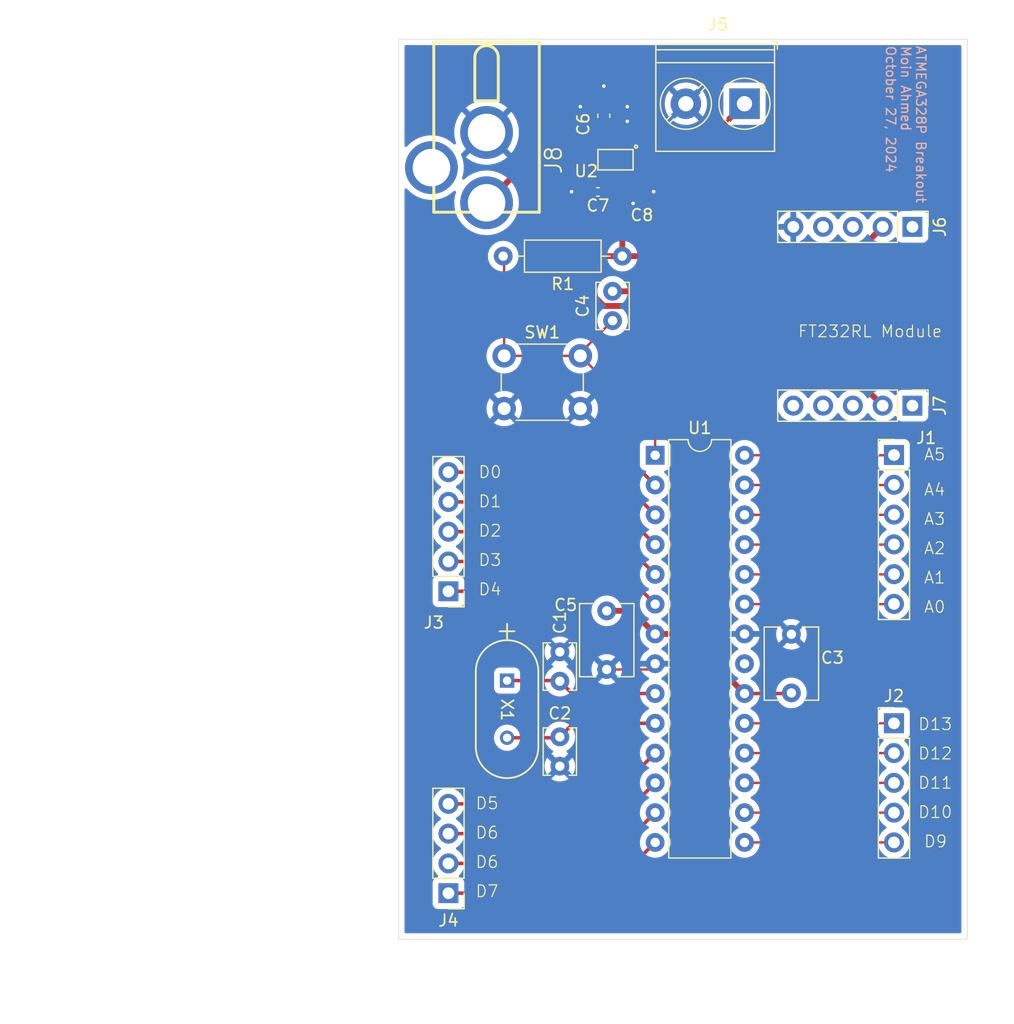
<source format=kicad_pcb>
(kicad_pcb (version 20240108) (generator "pcbnew") (generator_version "8.0")
  (layers (0 "F.Cu" signal) (31 "B.Cu" power) (34 "B.Paste" user) (35 "F.Paste" user) (36 "B.SilkS" user "B.Silkscreen") (37 "F.SilkS" user "F.Silkscreen") (38 "B.Mask" user) (39 "F.Mask" user) (44 "Edge.Cuts" user))
  (net 0 "")
  (net 1 "Net-(U1-XTAL2{slash}PB7)")
  (net 2 "+5V")
  (net 3 "Net-(U1-XTAL1{slash}PB6)")
  (net 4 "GND")
  (net 5 "A2")
  (net 6 "A0")
  (net 7 "A1")
  (net 8 "Net-(U1-~{RESET}{slash}PC6)")
  (net 9 "A3")
  (net 10 "A5")
  (net 12 "A4")
  (net 13 "D9")
  (net 14 "D12")
  (net 15 "D13")
  (net 16 "D10")
  (net 17 "D11")
  (net 18 "D4")
  (net 19 "D3")
  (net 20 "D2")
  (net 21 "D0")
  (net 22 "D1")
  (net 23 "D8")
  (net 24 "D7")
  (net 25 "D5")
  (net 26 "D6")
  (net 27 "DTR")
  (net 35 "Net-(U2-BYP)")
  (net 36 "Net-(J5-Pin_1)")
  (footprint "Capacitor_SMD:C_0201_0603Metric" (layer "F.Cu") (at 96.75 50.025)
    (property "Reference" "C8" (at 1 1.975 0) (layer "F.SilkS"))
    (property "Value" "2.2u")
    (pad "1" smd roundrect (at -0.32 0) (size 0.46 0.4) (layers "F.Cu" "F.Mask") (net 2 "+5V"))
    (pad "2" smd roundrect (at 0.32 0) (size 0.46 0.4) (layers "F.Cu" "F.Mask") (net 4 "GND"))
  )
  (footprint "Connector_PinHeader_2.54mm:PinHeader_1x05_P2.54mm_Vertical" (layer "F.Cu") (at 120.825 53 -90)
    (property "Reference" "J6" (at 0 -2.33 90) (layer "F.SilkS"))
    (property "Value" "Conn_01x05")
    (fp_line (start -1.33 11.49) (end 1.33 11.49) (stroke (width 0.12)) (layer "F.SilkS"))
    (fp_line (start -1.33 1.27) (end -1.33 11.49) (stroke (width 0.12)) (layer "F.SilkS"))
    (fp_line (start -1.33 1.27) (end 1.33 1.27) (stroke (width 0.12)) (layer "F.SilkS"))
    (fp_line (start 1.33 1.27) (end 1.33 11.49) (stroke (width 0.12)) (layer "F.SilkS"))
    (fp_line (start -1.33 0) (end -1.33 -1.33) (stroke (width 0.12)) (layer "F.SilkS"))
    (fp_line (start -1.33 -1.33) (end 0 -1.33) (stroke (width 0.12)) (layer "F.SilkS"))
    (pad "1" thru_hole rect (at 0 0 270) (size 1.7 1.7) (drill 1) (layers "*.Cu" "*.Mask"))
    (pad "2" thru_hole oval (at 0 2.54 270) (size 1.7 1.7) (drill 1) (layers "*.Cu" "*.Mask") (net 2 "+5V"))
    (pad "3" thru_hole oval (at 0 5.08 270) (size 1.7 1.7) (drill 1) (layers "*.Cu" "*.Mask"))
    (pad "4" thru_hole oval (at 0 7.62 270) (size 1.7 1.7) (drill 1) (layers "*.Cu" "*.Mask"))
    (pad "5" thru_hole oval (at 0 10.16 270) (size 1.7 1.7) (drill 1) (layers "*.Cu" "*.Mask") (net 4 "GND"))
  )
  (footprint "PRT-00119:PRT-00119" (layer "F.Cu") (at 84.5 37.25 90)
    (property "Reference" "J8" (at -10.055 5.711 90) (layer "F.SilkS") (effects (font (size 1.4 1.4))))
    (property "Value" "PRT-00119")
    (fp_line (start 0 -4.5) (end -14.5 -4.5) (stroke (width 0.254)) (layer "F.SilkS"))
    (fp_line (start -14.5 -4.5) (end -14.5 4.5) (stroke (width 0.254)) (layer "F.SilkS"))
    (fp_line (start -5 -1) (end -1.3 -1) (stroke (width 0.254)) (layer "F.SilkS"))
    (fp_line (start -5 -1) (end -5 1) (stroke (width 0.254)) (layer "F.SilkS"))
    (fp_line (start -5 1) (end -1.3 1) (stroke (width 0.254)) (layer "F.SilkS"))
    (fp_line (start 0 4.5) (end 0 -4.5) (stroke (width 0.254)) (layer "F.SilkS"))
    (fp_line (start -14.5 4.5) (end 0 4.5) (stroke (width 0.254)) (layer "F.SilkS"))
    (fp_arc (start -1.3 -1) (mid -0.3 0) (end -1.3 1) (stroke (width 0.254)) (layer "F.SilkS"))
    (pad "1" thru_hole circle (at -13.7 0 90) (size 4.5 4.5) (drill 3.2) (layers "*.Cu" "*.Mask") (net 36 "Net-(J5-Pin_1)"))
    (pad "2" thru_hole circle (at -7.7 0 90) (size 4.5 4.5) (drill 3.2) (layers "*.Cu" "*.Mask") (net 4 "GND"))
    (pad "3" thru_hole circle (at -10.7 -4.7 90) (size 4.5 4.5) (drill 3.2) (layers "*.Cu" "*.Mask"))
  )
  (footprint "Connector_PinHeader_2.54mm:PinHeader_1x05_P2.54mm_Vertical" (layer "F.Cu") (at 120.825 68.25 -90)
    (property "Reference" "J7" (at 0 -2.33 90) (layer "F.SilkS"))
    (property "Value" "Conn_01x05")
    (fp_line (start -1.33 11.49) (end 1.33 11.49) (stroke (width 0.12)) (layer "F.SilkS"))
    (fp_line (start -1.33 1.27) (end -1.33 11.49) (stroke (width 0.12)) (layer "F.SilkS"))
    (fp_line (start -1.33 1.27) (end 1.33 1.27) (stroke (width 0.12)) (layer "F.SilkS"))
    (fp_line (start 1.33 1.27) (end 1.33 11.49) (stroke (width 0.12)) (layer "F.SilkS"))
    (fp_line (start -1.33 0) (end -1.33 -1.33) (stroke (width 0.12)) (layer "F.SilkS"))
    (fp_line (start -1.33 -1.33) (end 0 -1.33) (stroke (width 0.12)) (layer "F.SilkS"))
    (pad "1" thru_hole rect (at 0 0 270) (size 1.7 1.7) (drill 1) (layers "*.Cu" "*.Mask"))
    (pad "2" thru_hole oval (at 0 2.54 270) (size 1.7 1.7) (drill 1) (layers "*.Cu" "*.Mask") (net 27 "DTR"))
    (pad "3" thru_hole oval (at 0 5.08 270) (size 1.7 1.7) (drill 1) (layers "*.Cu" "*.Mask"))
    (pad "4" thru_hole oval (at 0 7.62 270) (size 1.7 1.7) (drill 1) (layers "*.Cu" "*.Mask"))
    (pad "5" thru_hole oval (at 0 10.16 270) (size 1.7 1.7) (drill 1) (layers "*.Cu" "*.Mask"))
  )
  (footprint "Capacitor_THT:C_Disc_D3.8mm_W2.6mm_P2.50mm" (layer "F.Cu") (at 90.75 96.5 -90)
    (property "Reference" "C2" (at -2 0 180) (layer "F.SilkS"))
    (property "Value" "22p")
    (fp_line (start -0.77 1.42) (end 3.27 1.42) (stroke (width 0.12)) (layer "F.SilkS"))
    (fp_line (start -0.77 0.795) (end -0.77 1.42) (stroke (width 0.12)) (layer "F.SilkS"))
    (fp_line (start 3.27 0.795) (end 3.27 1.42) (stroke (width 0.12)) (layer "F.SilkS"))
    (fp_line (start -0.77 -1.42) (end -0.77 -0.795) (stroke (width 0.12)) (layer "F.SilkS"))
    (fp_line (start -0.77 -1.42) (end 3.27 -1.42) (stroke (width 0.12)) (layer "F.SilkS"))
    (fp_line (start 3.27 -1.42) (end 3.27 -0.795) (stroke (width 0.12)) (layer "F.SilkS"))
    (pad "1" thru_hole circle (at 0 0 270) (size 1.6 1.6) (drill 0.8) (layers "*.Cu" "*.Mask") (net 1 "Net-(U1-XTAL2{slash}PB7)"))
    (pad "2" thru_hole circle (at 2.5 0 270) (size 1.6 1.6) (drill 0.8) (layers "*.Cu" "*.Mask") (net 4 "GND"))
  )
  (footprint "Connector_PinHeader_2.54mm:PinHeader_1x06_P2.54mm_Vertical" (layer "F.Cu") (at 119.25 72.46)
    (property "Reference" "J1" (at 2.75 -1.46 0) (layer "F.SilkS"))
    (property "Value" "Conn_01x06")
    (fp_line (start -1.33 -1.33) (end 0 -1.33) (stroke (width 0.12)) (layer "F.SilkS"))
    (fp_line (start -1.33 0) (end -1.33 -1.33) (stroke (width 0.12)) (layer "F.SilkS"))
    (fp_line (start -1.33 1.27) (end -1.33 14.03) (stroke (width 0.12)) (layer "F.SilkS"))
    (fp_line (start -1.33 1.27) (end 1.33 1.27) (stroke (width 0.12)) (layer "F.SilkS"))
    (fp_line (start -1.33 14.03) (end 1.33 14.03) (stroke (width 0.12)) (layer "F.SilkS"))
    (fp_line (start 1.33 1.27) (end 1.33 14.03) (stroke (width 0.12)) (layer "F.SilkS"))
    (pad "1" thru_hole rect (at 0 0) (size 1.7 1.7) (drill 1) (layers "*.Cu" "*.Mask") (net 10 "A5"))
    (pad "2" thru_hole oval (at 0 2.54) (size 1.7 1.7) (drill 1) (layers "*.Cu" "*.Mask") (net 12 "A4"))
    (pad "3" thru_hole oval (at 0 5.08) (size 1.7 1.7) (drill 1) (layers "*.Cu" "*.Mask") (net 9 "A3"))
    (pad "4" thru_hole oval (at 0 7.62) (size 1.7 1.7) (drill 1) (layers "*.Cu" "*.Mask") (net 5 "A2"))
    (pad "5" thru_hole oval (at 0 10.16) (size 1.7 1.7) (drill 1) (layers "*.Cu" "*.Mask") (net 7 "A1"))
    (pad "6" thru_hole oval (at 0 12.7) (size 1.7 1.7) (drill 1) (layers "*.Cu" "*.Mask") (net 6 "A0"))
  )
  (footprint "TerminalBlock_Phoenix:TerminalBlock_Phoenix_PT-1,5-2-5.0-H_1x02_P5.00mm_Horizontal" (layer "F.Cu") (at 106.5 42.5 180)
    (property "Reference" "J5" (at 2.25 6.75 0) (layer "F.SilkS"))
    (property "Value" "Conn_01x02")
    (fp_line (start 7.56 -4.06) (end 7.56 5.06) (stroke (width 0.12)) (layer "F.SilkS"))
    (fp_line (start 6.654 -1.388) (end 6.259 -0.992) (stroke (width 0.12)) (layer "F.SilkS"))
    (fp_line (start 6.388 -1.654) (end 6.008 -1.274) (stroke (width 0.12)) (layer "F.SilkS"))
    (fp_line (start 3.993 1.274) (end 3.613 1.654) (stroke (width 0.12)) (layer "F.SilkS"))
    (fp_line (start 3.742 0.992) (end 3.347 1.388) (stroke (width 0.12)) (layer "F.SilkS"))
    (fp_line (start 1.654 -1.388) (end 1.547 -1.281) (stroke (width 0.12)) (layer "F.SilkS"))
    (fp_line (start 1.388 -1.654) (end 1.281 -1.547) (stroke (width 0.12)) (layer "F.SilkS"))
    (fp_line (start -1.282 1.547) (end -1.388 1.654) (stroke (width 0.12)) (layer "F.SilkS"))
    (fp_line (start -1.548 1.281) (end -1.654 1.388) (stroke (width 0.12)) (layer "F.SilkS"))
    (fp_line (start -2.56 5.06) (end 7.56 5.06) (stroke (width 0.12)) (layer "F.SilkS"))
    (fp_line (start -2.56 4.6) (end 7.56 4.6) (stroke (width 0.12)) (layer "F.SilkS"))
    (fp_line (start -2.56 3.5) (end 7.56 3.5) (stroke (width 0.12)) (layer "F.SilkS"))
    (fp_line (start -2.56 -4.06) (end 7.56 -4.06) (stroke (width 0.12)) (layer "F.SilkS"))
    (fp_line (start -2.56 -4.06) (end -2.56 5.06) (stroke (width 0.12)) (layer "F.SilkS"))
    (fp_line (start -2.8 5.3) (end -2.4 5.3) (stroke (width 0.12)) (layer "F.SilkS"))
    (fp_line (start -2.8 4.66) (end -2.8 5.3) (stroke (width 0.12)) (layer "F.SilkS"))
    (fp_circle (center 5 0) (end 7.18 0) (stroke (width 0.12)) (fill none) (layer "F.SilkS"))
    (fp_circle (center 0 0) (end 2.18 0) (stroke (width 0.12)) (fill none) (layer "F.SilkS"))
    (pad "1" thru_hole rect (at 0 0 180) (size 2.6 2.6) (drill 1.3) (layers "*.Cu" "*.Mask") (net 36 "Net-(J5-Pin_1)"))
    (pad "2" thru_hole circle (at 5 0 180) (size 2.6 2.6) (drill 1.3) (layers "*.Cu" "*.Mask") (net 4 "GND"))
  )
  (footprint "Package_DIP:DIP-28_W7.62mm" (layer "F.Cu") (at 98.88 72.48)
    (property "Reference" "U1" (at 3.81 -2.33 0) (layer "F.SilkS"))
    (property "Value" "ATmega328P-P")
    (fp_line (start 1.16 -1.33) (end 1.16 34.35) (stroke (width 0.12)) (layer "F.SilkS"))
    (fp_line (start 1.16 34.35) (end 6.46 34.35) (stroke (width 0.12)) (layer "F.SilkS"))
    (fp_line (start 2.81 -1.33) (end 1.16 -1.33) (stroke (width 0.12)) (layer "F.SilkS"))
    (fp_line (start 6.46 -1.33) (end 4.81 -1.33) (stroke (width 0.12)) (layer "F.SilkS"))
    (fp_line (start 6.46 34.35) (end 6.46 -1.33) (stroke (width 0.12)) (layer "F.SilkS"))
    (fp_arc (start 4.81 -1.33) (mid 3.81 -0.33) (end 2.81 -1.33) (stroke (width 0.12)) (layer "F.SilkS"))
    (pad "1" thru_hole rect (at 0 0) (size 1.6 1.6) (drill 0.8) (layers "*.Cu" "*.Mask") (net 8 "Net-(U1-~{RESET}{slash}PC6)"))
    (pad "2" thru_hole oval (at 0 2.54) (size 1.6 1.6) (drill 0.8) (layers "*.Cu" "*.Mask") (net 21 "D0"))
    (pad "3" thru_hole oval (at 0 5.08) (size 1.6 1.6) (drill 0.8) (layers "*.Cu" "*.Mask") (net 22 "D1"))
    (pad "4" thru_hole oval (at 0 7.62) (size 1.6 1.6) (drill 0.8) (layers "*.Cu" "*.Mask") (net 20 "D2"))
    (pad "5" thru_hole oval (at 0 10.16) (size 1.6 1.6) (drill 0.8) (layers "*.Cu" "*.Mask") (net 19 "D3"))
    (pad "6" thru_hole oval (at 0 12.7) (size 1.6 1.6) (drill 0.8) (layers "*.Cu" "*.Mask") (net 18 "D4"))
    (pad "7" thru_hole oval (at 0 15.24) (size 1.6 1.6) (drill 0.8) (layers "*.Cu" "*.Mask") (net 2 "+5V"))
    (pad "8" thru_hole oval (at 0 17.78) (size 1.6 1.6) (drill 0.8) (layers "*.Cu" "*.Mask") (net 4 "GND"))
    (pad "9" thru_hole oval (at 0 20.32) (size 1.6 1.6) (drill 0.8) (layers "*.Cu" "*.Mask") (net 3 "Net-(U1-XTAL1{slash}PB6)"))
    (pad "10" thru_hole oval (at 0 22.86) (size 1.6 1.6) (drill 0.8) (layers "*.Cu" "*.Mask") (net 1 "Net-(U1-XTAL2{slash}PB7)"))
    (pad "11" thru_hole oval (at 0 25.4) (size 1.6 1.6) (drill 0.8) (layers "*.Cu" "*.Mask") (net 25 "D5"))
    (pad "12" thru_hole oval (at 0 27.94) (size 1.6 1.6) (drill 0.8) (layers "*.Cu" "*.Mask") (net 26 "D6"))
    (pad "13" thru_hole oval (at 0 30.48) (size 1.6 1.6) (drill 0.8) (layers "*.Cu" "*.Mask") (net 24 "D7"))
    (pad "14" thru_hole oval (at 0 33.02) (size 1.6 1.6) (drill 0.8) (layers "*.Cu" "*.Mask") (net 23 "D8"))
    (pad "15" thru_hole oval (at 7.62 33.02) (size 1.6 1.6) (drill 0.8) (layers "*.Cu" "*.Mask") (net 13 "D9"))
    (pad "16" thru_hole oval (at 7.62 30.48) (size 1.6 1.6) (drill 0.8) (layers "*.Cu" "*.Mask") (net 16 "D10"))
    (pad "17" thru_hole oval (at 7.62 27.94) (size 1.6 1.6) (drill 0.8) (layers "*.Cu" "*.Mask") (net 17 "D11"))
    (pad "18" thru_hole oval (at 7.62 25.4) (size 1.6 1.6) (drill 0.8) (layers "*.Cu" "*.Mask") (net 14 "D12"))
    (pad "19" thru_hole oval (at 7.62 22.86) (size 1.6 1.6) (drill 0.8) (layers "*.Cu" "*.Mask") (net 15 "D13"))
    (pad "20" thru_hole oval (at 7.62 20.32) (size 1.6 1.6) (drill 0.8) (layers "*.Cu" "*.Mask") (net 2 "+5V"))
    (pad "21" thru_hole oval (at 7.62 17.78) (size 1.6 1.6) (drill 0.8) (layers "*.Cu" "*.Mask"))
    (pad "22" thru_hole oval (at 7.62 15.24) (size 1.6 1.6) (drill 0.8) (layers "*.Cu" "*.Mask") (net 4 "GND"))
    (pad "23" thru_hole oval (at 7.62 12.7) (size 1.6 1.6) (drill 0.8) (layers "*.Cu" "*.Mask") (net 6 "A0"))
    (pad "24" thru_hole oval (at 7.62 10.16) (size 1.6 1.6) (drill 0.8) (layers "*.Cu" "*.Mask") (net 7 "A1"))
    (pad "25" thru_hole oval (at 7.62 7.62) (size 1.6 1.6) (drill 0.8) (layers "*.Cu" "*.Mask") (net 5 "A2"))
    (pad "26" thru_hole oval (at 7.62 5.08) (size 1.6 1.6) (drill 0.8) (layers "*.Cu" "*.Mask") (net 9 "A3"))
    (pad "27" thru_hole oval (at 7.62 2.54) (size 1.6 1.6) (drill 0.8) (layers "*.Cu" "*.Mask") (net 12 "A4"))
    (pad "28" thru_hole oval (at 7.62 0) (size 1.6 1.6) (drill 0.8) (layers "*.Cu" "*.Mask") (net 10 "A5"))
  )
  (footprint "Capacitor_SMD:C_0603_1608Metric" (layer "F.Cu") (at 94.5 43.525 90)
    (property "Reference" "C6" (at -0.725 -1.75 90) (layer "F.SilkS"))
    (property "Value" "10u")
    (fp_line (start -0.14058 -0.51) (end 0.14058 -0.51) (stroke (width 0.12)) (layer "F.SilkS"))
    (fp_line (start -0.14058 0.51) (end 0.14058 0.51) (stroke (width 0.12)) (layer "F.SilkS"))
    (pad "1" smd roundrect (at -0.775 0 90) (size 0.9 0.95) (layers "F.Cu" "F.Paste" "F.Mask") (net 36 "Net-(J5-Pin_1)"))
    (pad "2" smd roundrect (at 0.775 0 90) (size 0.9 0.95) (layers "F.Cu" "F.Paste" "F.Mask") (net 4 "GND"))
  )
  (footprint "AP2210K-5.0TRG1:SOT-23-5_RAW" (layer "F.Cu") (at 95.5 47.275 180)
    (property "Reference" "U2" (at 2.5 -0.975 0) (layer "F.SilkS"))
    (property "Value" "AP2210K-5.0TRG1")
    (fp_line (start 1.5 0.87) (end 1.5 -0.87) (stroke (width 0.127)) (layer "F.SilkS"))
    (fp_line (start 1.5 -0.87) (end -1.5 -0.87) (stroke (width 0.127)) (layer "F.SilkS"))
    (fp_line (start -1.5 0.87) (end 1.5 0.87) (stroke (width 0.127)) (layer "F.SilkS"))
    (fp_line (start -1.5 -0.87) (end -1.5 0.87) (stroke (width 0.127)) (layer "F.SilkS"))
    (fp_circle (center -1.745 1.115) (end -1.618 1.115) (stroke (width 0.127)) (fill none) (layer "F.SilkS"))
    (pad "1" smd rect (at -0.95 1.25 180) (size 0.55 1.3) (layers "F.Cu" "F.Paste" "F.Mask") (net 36 "Net-(J5-Pin_1)"))
    (pad "2" smd rect (at 0 1.25 180) (size 0.55 1.3) (layers "F.Cu" "F.Paste" "F.Mask") (net 4 "GND"))
    (pad "3" smd rect (at 0.95 1.25 180) (size 0.55 1.3) (layers "F.Cu" "F.Paste" "F.Mask") (net 36 "Net-(J5-Pin_1)"))
    (pad "4" smd rect (at 0.95 -1.25 180) (size 0.55 1.3) (layers "F.Cu" "F.Paste" "F.Mask") (net 35 "Net-(U2-BYP)"))
    (pad "5" smd rect (at -0.95 -1.25 180) (size 0.55 1.3) (layers "F.Cu" "F.Paste" "F.Mask") (net 2 "+5V"))
  )
  (footprint "Connector_PinHeader_2.54mm:PinHeader_1x04_P2.54mm_Vertical" (layer "F.Cu") (at 81.25 109.83 180)
    (property "Reference" "J4" (at 0 -2.33 0) (layer "F.SilkS"))
    (property "Value" "Conn_01x04")
    (fp_line (start 1.33 1.27) (end 1.33 8.95) (stroke (width 0.12)) (layer "F.SilkS"))
    (fp_line (start -1.33 8.95) (end 1.33 8.95) (stroke (width 0.12)) (layer "F.SilkS"))
    (fp_line (start -1.33 1.27) (end 1.33 1.27) (stroke (width 0.12)) (layer "F.SilkS"))
    (fp_line (start -1.33 1.27) (end -1.33 8.95) (stroke (width 0.12)) (layer "F.SilkS"))
    (fp_line (start -1.33 0) (end -1.33 -1.33) (stroke (width 0.12)) (layer "F.SilkS"))
    (fp_line (start -1.33 -1.33) (end 0 -1.33) (stroke (width 0.12)) (layer "F.SilkS"))
    (pad "1" thru_hole rect (at 0 0 180) (size 1.7 1.7) (drill 1) (layers "*.Cu" "*.Mask") (net 23 "D8"))
    (pad "2" thru_hole oval (at 0 2.54 180) (size 1.7 1.7) (drill 1) (layers "*.Cu" "*.Mask") (net 24 "D7"))
    (pad "3" thru_hole oval (at 0 5.08 180) (size 1.7 1.7) (drill 1) (layers "*.Cu" "*.Mask") (net 26 "D6"))
    (pad "4" thru_hole oval (at 0 7.62 180) (size 1.7 1.7) (drill 1) (layers "*.Cu" "*.Mask") (net 25 "D5"))
  )
  (footprint "Capacitor_THT:C_Disc_D6.0mm_W4.4mm_P5.00mm" (layer "F.Cu") (at 94.75 85.75 -90)
    (property "Reference" "C5" (at -0.5 3.5 180) (layer "F.SilkS"))
    (property "Value" "0.1u")
    (fp_line (start -0.62 2.321) (end 5.62 2.321) (stroke (width 0.12)) (layer "F.SilkS"))
    (fp_line (start -0.62 0.925) (end -0.62 2.321) (stroke (width 0.12)) (layer "F.SilkS"))
    (fp_line (start 5.62 0.925) (end 5.62 2.321) (stroke (width 0.12)) (layer "F.SilkS"))
    (fp_line (start -0.62 -2.321) (end -0.62 -0.925) (stroke (width 0.12)) (layer "F.SilkS"))
    (fp_line (start -0.62 -2.321) (end 5.62 -2.321) (stroke (width 0.12)) (layer "F.SilkS"))
    (fp_line (start 5.62 -2.321) (end 5.62 -0.925) (stroke (width 0.12)) (layer "F.SilkS"))
    (pad "1" thru_hole circle (at 0 0 270) (size 1.6 1.6) (drill 0.8) (layers "*.Cu" "*.Mask") (net 2 "+5V"))
    (pad "2" thru_hole circle (at 5 0 270) (size 1.6 1.6) (drill 0.8) (layers "*.Cu" "*.Mask") (net 4 "GND"))
  )
  (footprint "Capacitor_THT:C_Disc_D3.8mm_W2.6mm_P2.50mm" (layer "F.Cu") (at 90.75 91.75 90)
    (property "Reference" "C1" (at 5 0 90) (layer "F.SilkS"))
    (property "Value" "22p")
    (fp_line (start 3.27 -1.42) (end 3.27 -0.795) (stroke (width 0.12)) (layer "F.SilkS"))
    (fp_line (start -0.77 -1.42) (end 3.27 -1.42) (stroke (width 0.12)) (layer "F.SilkS"))
    (fp_line (start -0.77 -1.42) (end -0.77 -0.795) (stroke (width 0.12)) (layer "F.SilkS"))
    (fp_line (start 3.27 0.795) (end 3.27 1.42) (stroke (width 0.12)) (layer "F.SilkS"))
    (fp_line (start -0.77 0.795) (end -0.77 1.42) (stroke (width 0.12)) (layer "F.SilkS"))
    (fp_line (start -0.77 1.42) (end 3.27 1.42) (stroke (width 0.12)) (layer "F.SilkS"))
    (pad "1" thru_hole circle (at 0 0 90) (size 1.6 1.6) (drill 0.8) (layers "*.Cu" "*.Mask") (net 3 "Net-(U1-XTAL1{slash}PB6)"))
    (pad "2" thru_hole circle (at 2.5 0 90) (size 1.6 1.6) (drill 0.8) (layers "*.Cu" "*.Mask") (net 4 "GND"))
  )
  (footprint "Button_Switch_THT:SW_PUSH_6mm_H5mm" (layer "F.Cu") (at 86 64)
    (property "Reference" "SW1" (at 3.25 -2 0) (layer "F.SilkS"))
    (property "Value" "SW_Push")
    (fp_line (start -0.25 1.5) (end -0.25 3) (stroke (width 0.12)) (layer "F.SilkS"))
    (fp_line (start 1 5.5) (end 5.5 5.5) (stroke (width 0.12)) (layer "F.SilkS"))
    (fp_line (start 5.5 -1) (end 1 -1) (stroke (width 0.12)) (layer "F.SilkS"))
    (fp_line (start 6.75 3) (end 6.75 1.5) (stroke (width 0.12)) (layer "F.SilkS"))
    (pad "1" thru_hole circle (at 0 0 90) (size 2 2) (drill 1.1) (layers "*.Cu" "*.Mask") (net 8 "Net-(U1-~{RESET}{slash}PC6)"))
    (pad "1" thru_hole circle (at 6.5 0 90) (size 2 2) (drill 1.1) (layers "*.Cu" "*.Mask") (net 8 "Net-(U1-~{RESET}{slash}PC6)"))
    (pad "2" thru_hole circle (at 0 4.5 90) (size 2 2) (drill 1.1) (layers "*.Cu" "*.Mask") (net 4 "GND"))
    (pad "2" thru_hole circle (at 6.5 4.5 90) (size 2 2) (drill 1.1) (layers "*.Cu" "*.Mask") (net 4 "GND"))
  )
  (footprint "Capacitor_SMD:C_0402_1005Metric" (layer "F.Cu") (at 94 50.025 180)
    (property "Reference" "C7" (at 0 -1.16 0) (layer "F.SilkS"))
    (property "Value" "100p")
    (fp_line (start -0.107836 0.36) (end 0.107836 0.36) (stroke (width 0.12)) (layer "F.SilkS"))
    (fp_line (start -0.107836 -0.36) (end 0.107836 -0.36) (stroke (width 0.12)) (layer "F.SilkS"))
    (pad "1" smd roundrect (at -0.48 0 180) (size 0.56 0.62) (layers "F.Cu" "F.Paste" "F.Mask") (net 35 "Net-(U2-BYP)"))
    (pad "2" smd roundrect (at 0.48 0 180) (size 0.56 0.62) (layers "F.Cu" "F.Paste" "F.Mask") (net 4 "GND"))
  )
  (footprint "Capacitor_THT:C_Disc_D6.0mm_W4.4mm_P5.00mm" (layer "F.Cu") (at 110.5 92.75 90)
    (property "Reference" "C3" (at 3 3.5 180) (layer "F.SilkS"))
    (property "Value" "0.1u")
    (fp_line (start 5.62 -2.321) (end 5.62 -0.925) (stroke (width 0.12)) (layer "F.SilkS"))
    (fp_line (start -0.62 -2.321) (end 5.62 -2.321) (stroke (width 0.12)) (layer "F.SilkS"))
    (fp_line (start -0.62 -2.321) (end -0.62 -0.925) (stroke (width 0.12)) (layer "F.SilkS"))
    (fp_line (start 5.62 0.925) (end 5.62 2.321) (stroke (width 0.12)) (layer "F.SilkS"))
    (fp_line (start -0.62 0.925) (end -0.62 2.321) (stroke (width 0.12)) (layer "F.SilkS"))
    (fp_line (start -0.62 2.321) (end 5.62 2.321) (stroke (width 0.12)) (layer "F.SilkS"))
    (pad "1" thru_hole circle (at 0 0 90) (size 1.6 1.6) (drill 0.8) (layers "*.Cu" "*.Mask") (net 2 "+5V"))
    (pad "2" thru_hole circle (at 5 0 90) (size 1.6 1.6) (drill 0.8) (layers "*.Cu" "*.Mask") (net 4 "GND"))
  )
  (footprint "Resistor_THT:R_Axial_DIN0207_L6.3mm_D2.5mm_P10.16mm_Horizontal" (layer "F.Cu") (at 96.08 55.5 180)
    (property "Reference" "R1" (at 5.08 -2.37 0) (layer "F.SilkS"))
    (property "Value" "10k")
    (fp_line (start 9.12 0) (end 8.35 0) (stroke (width 0.12)) (layer "F.SilkS"))
    (fp_line (start 8.35 1.37) (end 8.35 -1.37) (stroke (width 0.12)) (layer "F.SilkS"))
    (fp_line (start 8.35 -1.37) (end 1.81 -1.37) (stroke (width 0.12)) (layer "F.SilkS"))
    (fp_line (start 1.81 1.37) (end 8.35 1.37) (stroke (width 0.12)) (layer "F.SilkS"))
    (fp_line (start 1.81 -1.37) (end 1.81 1.37) (stroke (width 0.12)) (layer "F.SilkS"))
    (fp_line (start 1.04 0) (end 1.81 0) (stroke (width 0.12)) (layer "F.SilkS"))
    (pad "1" thru_hole circle (at 0 0 180) (size 1.6 1.6) (drill 0.8) (layers "*.Cu" "*.Mask") (net 2 "+5V"))
    (pad "2" thru_hole oval (at 10.16 0 180) (size 1.6 1.6) (drill 0.8) (layers "*.Cu" "*.Mask") (net 8 "Net-(U1-~{RESET}{slash}PC6)"))
  )
  (footprint "Connector_PinHeader_2.54mm:PinHeader_1x05_P2.54mm_Vertical" (layer "F.Cu") (at 119.25 95.34)
    (property "Reference" "J2" (at 0 -2.33 0) (layer "F.SilkS"))
    (property "Value" "Conn_01x05")
    (fp_line (start -1.33 -1.33) (end 0 -1.33) (stroke (width 0.12)) (layer "F.SilkS"))
    (fp_line (start -1.33 0) (end -1.33 -1.33) (stroke (width 0.12)) (layer "F.SilkS"))
    (fp_line (start -1.33 1.27) (end -1.33 11.49) (stroke (width 0.12)) (layer "F.SilkS"))
    (fp_line (start -1.33 1.27) (end 1.33 1.27) (stroke (width 0.12)) (layer "F.SilkS"))
    (fp_line (start -1.33 11.49) (end 1.33 11.49) (stroke (width 0.12)) (layer "F.SilkS"))
    (fp_line (start 1.33 1.27) (end 1.33 11.49) (stroke (width 0.12)) (layer "F.SilkS"))
    (pad "1" thru_hole rect (at 0 0) (size 1.7 1.7) (drill 1) (layers "*.Cu" "*.Mask") (net 15 "D13"))
    (pad "2" thru_hole oval (at 0 2.54) (size 1.7 1.7) (drill 1) (layers "*.Cu" "*.Mask") (net 14 "D12"))
    (pad "3" thru_hole oval (at 0 5.08) (size 1.7 1.7) (drill 1) (layers "*.Cu" "*.Mask") (net 17 "D11"))
    (pad "4" thru_hole oval (at 0 7.62) (size 1.7 1.7) (drill 1) (layers "*.Cu" "*.Mask") (net 16 "D10"))
    (pad "5" thru_hole oval (at 0 10.16) (size 1.7 1.7) (drill 1) (layers "*.Cu" "*.Mask") (net 13 "D9"))
  )
  (footprint "crystal_oscillator:XTAL_ABL_ABR" (layer "F.Cu") (at 86.25 91.6966 -90)
    (property "Reference" "X1" (at 2.5 0 -90) (layer "F.SilkS"))
    (property "Value" "ABL-16.000MHZ-B1U-T")
    (fp_line (start -0.7747 2.667) (end 5.6515 2.667) (stroke (width 0.1524)) (layer "F.SilkS"))
    (fp_line (start -4.8387 0) (end -3.5687 0) (stroke (width 0.1524)) (layer "F.SilkS"))
    (fp_line (start -4.2037 -0.635) (end -4.2037 0.635) (stroke (width 0.1524)) (layer "F.SilkS"))
    (fp_line (start -0.7747 -2.667) (end 5.6515 -2.667) (stroke (width 0.1524)) (layer "F.SilkS"))
    (fp_arc (start -0.7747 2.667) (mid -3.4417 0) (end -0.7747 -2.667) (stroke (width 0.1524)) (layer "F.SilkS"))
    (fp_arc (start 8.3185 0) (mid 7.537354 1.885854) (end 5.6515 2.667) (stroke (width 0.1524)) (layer "F.SilkS"))
    (fp_arc (start 5.6515 -2.667) (mid 7.537354 -1.885854) (end 8.3185 0) (stroke (width 0.1524)) (layer "F.SilkS"))
    (pad "1" thru_hole rect (at 0 0 270) (size 1.2192 1.2192) (drill 0.7112) (layers "*.Cu" "*.Mask") (net 3 "Net-(U1-XTAL1{slash}PB6)"))
    (pad "2" thru_hole circle (at 4.8768 0 270) (size 1.2192 1.2192) (drill 0.7112) (layers "*.Cu" "*.Mask") (net 1 "Net-(U1-XTAL2{slash}PB7)"))
  )
  (footprint "Connector_PinHeader_2.54mm:PinHeader_1x05_P2.54mm_Vertical" (layer "F.Cu") (at 81.25 84.08 180)
    (property "Reference" "J3" (at 1.25 -2.67 0) (layer "F.SilkS"))
    (property "Value" "Conn_01x05")
    (fp_line (start 1.33 1.27) (end 1.33 11.49) (stroke (width 0.12)) (layer "F.SilkS"))
    (fp_line (start -1.33 11.49) (end 1.33 11.49) (stroke (width 0.12)) (layer "F.SilkS"))
    (fp_line (start -1.33 1.27) (end 1.33 1.27) (stroke (width 0.12)) (layer "F.SilkS"))
    (fp_line (start -1.33 1.27) (end -1.33 11.49) (stroke (width 0.12)) (layer "F.SilkS"))
    (fp_line (start -1.33 0) (end -1.33 -1.33) (stroke (width 0.12)) (layer "F.SilkS"))
    (fp_line (start -1.33 -1.33) (end 0 -1.33) (stroke (width 0.12)) (layer "F.SilkS"))
    (pad "1" thru_hole rect (at 0 0 180) (size 1.7 1.7) (drill 1) (layers "*.Cu" "*.Mask") (net 18 "D4"))
    (pad "2" thru_hole oval (at 0 2.54 180) (size 1.7 1.7) (drill 1) (layers "*.Cu" "*.Mask") (net 19 "D3"))
    (pad "3" thru_hole oval (at 0 5.08 180) (size 1.7 1.7) (drill 1) (layers "*.Cu" "*.Mask") (net 20 "D2"))
    (pad "4" thru_hole oval (at 0 7.62 180) (size 1.7 1.7) (drill 1) (layers "*.Cu" "*.Mask") (net 22 "D1"))
    (pad "5" thru_hole oval (at 0 10.16 180) (size 1.7 1.7) (drill 1) (layers "*.Cu" "*.Mask") (net 21 "D0"))
  )
  (footprint "Capacitor_THT:C_Disc_D3.8mm_W2.6mm_P2.50mm" (layer "F.Cu") (at 95.25 61 90)
    (property "Reference" "C4" (at 1.25 -2.55 90) (layer "F.SilkS"))
    (property "Value" "0.1u")
    (fp_line (start 3.27 -1.42) (end 3.27 -0.795) (stroke (width 0.12)) (layer "F.SilkS"))
    (fp_line (start -0.77 -1.42) (end 3.27 -1.42) (stroke (width 0.12)) (layer "F.SilkS"))
    (fp_line (start -0.77 -1.42) (end -0.77 -0.795) (stroke (width 0.12)) (layer "F.SilkS"))
    (fp_line (start 3.27 0.795) (end 3.27 1.42) (stroke (width 0.12)) (layer "F.SilkS"))
    (fp_line (start -0.77 0.795) (end -0.77 1.42) (stroke (width 0.12)) (layer "F.SilkS"))
    (fp_line (start -0.77 1.42) (end 3.27 1.42) (stroke (width 0.12)) (layer "F.SilkS"))
    (pad "1" thru_hole circle (at 0 0 90) (size 1.6 1.6) (drill 0.8) (layers "*.Cu" "*.Mask") (net 8 "Net-(U1-~{RESET}{slash}PC6)"))
    (pad "2" thru_hole circle (at 2.5 0 90) (size 1.6 1.6) (drill 0.8) (layers "*.Cu" "*.Mask") (net 27 "DTR"))
  )
  (gr_rect (start 77 37) (end 125.5 113.75) (stroke (width 0.05)) (fill none) (layer "Edge.Cuts"))
  (gr_text "ATMEGA328P Breakout\nMoin Ahmed\nOctober 27, 2024" (at 118.5 37.5 270) (layer "B.SilkS") (effects (font (size 0.8 0.8) (thickness 0.125) (bold yes)) (justify left bottom)))
  (gr_text "FT232RL Module\n" (at 111 62.5 0) (layer "F.SilkS") (effects (font (size 1 1) (thickness 0.1)) (justify left bottom)))
  (gr_text "D2" (at 83.75 79.5 0) (layer "F.SilkS") (effects (font (size 1 1) (thickness 0.1)) (justify left bottom)))
  (gr_text "A3\n" (at 121.75 78.5 0) (layer "F.SilkS") (effects (font (size 1 1) (thickness 0.1)) (justify left bottom)))
  (gr_text "A2" (at 121.75 81 0) (layer "F.SilkS") (effects (font (size 1 1) (thickness 0.1)) (justify left bottom)))
  (gr_text "D1" (at 83.75 77 0) (layer "F.SilkS") (effects (font (size 1 1) (thickness 0.1)) (justify left bottom)))
  (gr_text "D11" (at 121.25 101 0) (layer "F.SilkS") (effects (font (size 1 1) (thickness 0.1)) (justify left bottom)))
  (gr_text "D7" (at 83.5 110.25 0) (layer "F.SilkS") (effects (font (size 1 1) (thickness 0.1)) (justify left bottom)))
  (gr_text "D6" (at 83.5 107.75 0) (layer "F.SilkS") (effects (font (size 1 1) (thickness 0.1)) (justify left bottom)))
  (gr_text "A4" (at 121.75 76 0) (layer "F.SilkS") (effects (font (size 1 1) (thickness 0.1)) (justify left bottom)))
  (gr_text "A1" (at 121.75 83.5 0) (layer "F.SilkS") (effects (font (size 1 1) (thickness 0.1)) (justify left bottom)))
  (gr_text "A0\n" (at 121.75 86 0) (layer "F.SilkS") (effects (font (size 1 1) (thickness 0.1)) (justify left bottom)))
  (gr_text "D6" (at 83.5 105.25 0) (layer "F.SilkS") (effects (font (size 1 1) (thickness 0.1)) (justify left bottom)))
  (gr_text "D9\n" (at 121.75 106 0) (layer "F.SilkS") (effects (font (size 1 1) (thickness 0.1)) (justify left bottom)))
  (gr_text "D3" (at 83.75 82 0) (layer "F.SilkS") (effects (font (size 1 1) (thickness 0.1)) (justify left bottom)))
  (gr_text "D13" (at 121.25 96 0) (layer "F.SilkS") (effects (font (size 1 1) (thickness 0.1)) (justify left bottom)))
  (gr_text "D4" (at 83.75 84.5 0) (layer "F.SilkS") (effects (font (size 1 1) (thickness 0.1)) (justify left bottom)))
  (gr_text "D10\n" (at 121.25 103.5 0) (layer "F.SilkS") (effects (font (size 1 1) (thickness 0.1)) (justify left bottom)))
  (gr_text "A5" (at 121.75 73 0) (layer "F.SilkS") (effects (font (size 1 1) (thickness 0.1)) (justify left bottom)))
  (gr_text "D0" (at 83.75 74.5 0) (layer "F.SilkS") (effects (font (size 1 1) (thickness 0.1)) (justify left bottom)))
  (gr_text "D5" (at 83.5 102.75 0) (layer "F.SilkS") (effects (font (size 1 1) (thickness 0.1)) (justify left bottom)))
  (gr_text "D12" (at 121.25 98.5 0) (layer "F.SilkS") (effects (font (size 1 1) (thickness 0.1)) (justify left bottom)))
  (segment (start 91.91 95.34) (end 90.75 96.5) (width 0.3) (layer "F.Cu") (net 1))
  (segment (start 90.6766 96.5734) (end 90.75 96.5) (width 0.3) (layer "F.Cu") (net 1))
  (segment (start 98.88 95.34) (end 91.91 95.34) (width 0.3) (layer "F.Cu") (net 1))
  (segment (start 86.25 96.5734) (end 90.6766 96.5734) (width 0.3) (layer "F.Cu") (net 1))
  (segment (start 110.25 92.75) (end 110.2 92.8) (width 0.3) (layer "F.Cu") (net 2))
  (segment (start 96.43 50.025) (end 96.43 48.545) (width 0.3) (layer "F.Cu") (net 2))
  (segment (start 118.285 53) (end 115.785 55.5) (width 0.5) (layer "F.Cu") (net 2))
  (segment (start 93.25 56.5) (end 93.25 58.5) (width 0.5) (layer "F.Cu") (net 2))
  (segment (start 102.25 86.25) (end 100.78 87.72) (width 0.5) (layer "F.Cu") (net 2))
  (segment (start 100.78 87.72) (end 101.42 87.72) (width 0.5) (layer "F.Cu") (net 2))
  (segment (start 94.75 85.75) (end 96.91 85.75) (width 0.5) (layer "F.Cu") (net 2))
  (segment (start 96.08 50.335) (end 96.39 50.025) (width 0.5) (layer "F.Cu") (net 2))
  (segment (start 94.5 59.75) (end 99.96 59.75) (width 0.5) (layer "F.Cu") (net 2))
  (segment (start 110.5 92.75) (end 110.25 92.75) (width 0.3) (layer "F.Cu") (net 2))
  (segment (start 99.96 59.75) (end 102.25 62.04) (width 0.5) (layer "F.Cu") (net 2))
  (segment (start 101.42 87.72) (end 106.5 92.8) (width 0.5) (layer "F.Cu") (net 2))
  (segment (start 96.08 55.5) (end 94.25 55.5) (width 0.5) (layer "F.Cu") (net 2))
  (segment (start 96.91 85.75) (end 98.88 87.72) (width 0.5) (layer "F.Cu") (net 2))
  (segment (start 96.43 48.545) (end 96.45 48.525) (width 0.3) (layer "F.Cu") (net 2))
  (segment (start 115.785 55.5) (end 96.08 55.5) (width 0.5) (layer "F.Cu") (net 2))
  (segment (start 110.2 92.8) (end 106.5 92.8) (width 0.3) (layer "F.Cu") (net 2))
  (segment (start 100.78 87.72) (end 98.88 87.72) (width 0.5) (layer "F.Cu") (net 2))
  (segment (start 94.25 55.5) (end 93.25 56.5) (width 0.5) (layer "F.Cu") (net 2))
  (segment (start 102.25 62.04) (end 102.25 86.25) (width 0.5) (layer "F.Cu") (net 2))
  (segment (start 93.25 58.5) (end 94.5 59.75) (width 0.5) (layer "F.Cu") (net 2))
  (segment (start 96.08 55.5) (end 96.08 50.335) (width 0.5) (layer "F.Cu") (net 2))
  (segment (start 90.6966 91.6966) (end 90.75 91.75) (width 0.3) (layer "F.Cu") (net 3))
  (segment (start 86.25 91.6966) (end 90.6966 91.6966) (width 0.3) (layer "F.Cu") (net 3))
  (segment (start 90.75 91.75) (end 91.8 92.8) (width 0.3) (layer "F.Cu") (net 3))
  (segment (start 91.8 92.8) (end 98.88 92.8) (width 0.3) (layer "F.Cu") (net 3))
  (segment (start 94.75 90.75) (end 95.24 90.26) (width 0.2) (layer "F.Cu") (net 4))
  (segment (start 91.775 50.025) (end 91.75 50) (width 0.5) (layer "F.Cu") (net 4))
  (segment (start 97.07 50.93) (end 97 51) (width 0.3) (layer "F.Cu") (net 4))
  (segment (start 95.5 45) (end 96.5 44) (width 0.5) (layer "F.Cu") (net 4))
  (segment (start 93.52 50.025) (end 91.775 50.025) (width 0.5) (layer "F.Cu") (net 4))
  (segment (start 94.5 42.75) (end 94.5 41) (width 0.5) (layer "F.Cu") (net 4))
  (segment (start 94.75 90.75) (end 98.39 90.75) (width 0.2) (layer "F.Cu") (net 4))
  (segment (start 94.5 42.75) (end 92.5 42.75) (width 0.5) (layer "F.Cu") (net 4))
  (segment (start 95.5 46.025) (end 95.5 45) (width 0.5) (layer "F.Cu") (net 4))
  (segment (start 97.07 50.025) (end 98.725 50.025) (width 0.3) (layer "F.Cu") (net 4))
  (segment (start 98.725 50.025) (end 98.75 50) (width 0.3) (layer "F.Cu") (net 4))
  (segment (start 94.5 42.75) (end 96.5 42.75) (width 0.5) (layer "F.Cu") (net 4))
  (segment (start 98.39 90.75) (end 98.88 90.26) (width 0.2) (layer "F.Cu") (net 4))
  (segment (start 97.07 50.025) (end 97.07 50.93) (width 0.3) (layer "F.Cu") (net 4))
  (via (at 97 51) (size 0.6) (drill 0.3) (layers "F.Cu" "B.Cu") (net 4))
  (via (at 94.5 41) (size 0.6) (drill 0.3) (layers "F.Cu" "B.Cu") (net 4))
  (via (at 96.5 44) (size 0.6) (drill 0.3) (layers "F.Cu" "B.Cu") (net 4))
  (via (at 91.75 50) (size 0.6) (drill 0.3) (layers "F.Cu" "B.Cu") (net 4))
  (via (at 92.5 42.75) (size 0.6) (drill 0.3) (layers "F.Cu" "B.Cu") (net 4))
  (via (at 96.5 42.75) (size 0.6) (drill 0.3) (layers "F.Cu" "B.Cu") (net 4))
  (via (at 98.75 50) (size 0.6) (drill 0.3) (layers "F.Cu" "B.Cu") (net 4))
  (segment (start 106.5 80.1) (end 119.23 80.1) (width 0.2) (layer "F.Cu") (net 5))
  (segment (start 119.23 80.1) (end 119.25 80.08) (width 0.2) (layer "F.Cu") (net 5))
  (segment (start 106.5 85.18) (end 119.23 85.18) (width 0.2) (layer "F.Cu") (net 6))
  (segment (start 119.23 85.18) (end 119.25 85.16) (width 0.2) (layer "F.Cu") (net 6))
  (segment (start 119.23 82.64) (end 119.25 82.62) (width 0.2) (layer "F.Cu") (net 7))
  (segment (start 106.5 82.64) (end 119.23 82.64) (width 0.2) (layer "F.Cu") (net 7))
  (segment (start 92.75 63.75) (end 92.75 63.5) (width 0.2) (layer "F.Cu") (net 8))
  (segment (start 85.5 63.5) (end 86 64) (width 0.2) (layer "F.Cu") (net 8))
  (segment (start 85.92 63.92) (end 86 64) (width 0.2) (layer "F.Cu") (net 8))
  (segment (start 92.5 64) (end 98.88 70.38) (width 0.2) (layer "F.Cu") (net 8))
  (segment (start 92.5 64) (end 86 64) (width 0.2) (layer "F.Cu") (net 8))
  (segment (start 98.88 70.38) (end 98.88 72.48) (width 0.2) (layer "F.Cu") (net 8))
  (segment (start 92.5 63.75) (end 92.5 64) (width 0.3) (layer "F.Cu") (net 8))
  (segment (start 92.5 64) (end 92.75 63.75) (width 0.2) (layer "F.Cu") (net 8))
  (segment (start 86 64) (end 86 55.58) (width 0.2) (layer "F.Cu") (net 8))
  (segment (start 98.88 72.48) (end 98.98 72.48) (width 0.2) (layer "F.Cu") (net 8))
  (segment (start 92.75 63.5) (end 95.25 61) (width 0.2) (layer "F.Cu") (net 8))
  (segment (start 86 55.58) (end 85.92 55.5) (width 0.2) (layer "F.Cu") (net 8))
  (segment (start 119.23 77.56) (end 119.25 77.54) (width 0.2) (layer "F.Cu") (net 9))
  (segment (start 106.5 77.56) (end 119.23 77.56) (width 0.2) (layer "F.Cu") (net 9))
  (segment (start 119.23 72.48) (end 119.25 72.46) (width 0.2) (layer "F.Cu") (net 10))
  (segment (start 106.5 72.48) (end 119.23 72.48) (width 0.2) (layer "F.Cu") (net 10))
  (segment (start 106.5 75.02) (end 119.23 75.02) (width 0.2) (layer "F.Cu") (net 12))
  (segment (start 119.23 75.02) (end 119.25 75) (width 0.2) (layer "F.Cu") (net 12))
  (segment (start 119.25 105.5) (end 106.5 105.5) (width 0.2) (layer "F.Cu") (net 13))
  (segment (start 106.5 97.88) (end 119.25 97.88) (width 0.2) (layer "F.Cu") (net 14))
  (segment (start 106.5 95.34) (end 119.25 95.34) (width 0.2) (layer "F.Cu") (net 15))
  (segment (start 119.25 102.96) (end 106.5 102.96) (width 0.2) (layer "F.Cu") (net 16))
  (segment (start 106.5 100.42) (end 119.25 100.42) (width 0.2) (layer "F.Cu") (net 17))
  (segment (start 97.78 84.08) (end 98.88 85.18) (width 0.3) (layer "F.Cu") (net 18))
  (segment (start 81.25 84.08) (end 97.78 84.08) (width 0.3) (layer "F.Cu") (net 18))
  (segment (start 81.25 81.54) (end 97.78 81.54) (width 0.3) (layer "F.Cu") (net 19))
  (segment (start 97.78 81.54) (end 98.88 82.64) (width 0.3) (layer "F.Cu") (net 19))
  (segment (start 81.25 79) (end 97.78 79) (width 0.3) (layer "F.Cu") (net 20))
  (segment (start 97.78 79) (end 98.88 80.1) (width 0.3) (layer "F.Cu") (net 20))
  (segment (start 97.78 73.92) (end 98.88 75.02) (width 0.3) (layer "F.Cu") (net 21))
  (segment (start 81.25 73.92) (end 97.78 73.92) (width 0.3) (layer "F.Cu") (net 21))
  (segment (start 97.78 76.46) (end 98.88 77.56) (width 0.3) (layer "F.Cu") (net 22))
  (segment (start 81.25 76.46) (end 97.78 76.46) (width 0.3) (layer "F.Cu") (net 22))
  (segment (start 81.25 109.83) (end 94.55 109.83) (width 0.3) (layer "F.Cu") (net 23))
  (segment (start 94.55 109.83) (end 98.88 105.5) (width 0.3) (layer "F.Cu") (net 23))
  (segment (start 94.55 107.29) (end 98.88 102.96) (width 0.3) (layer "F.Cu") (net 24))
  (segment (start 81.25 107.29) (end 94.55 107.29) (width 0.3) (layer "F.Cu") (net 24))
  (segment (start 81.25 102.21) (end 94.55 102.21) (width 0.3) (layer "F.Cu") (net 25))
  (segment (start 94.55 102.21) (end 98.88 97.88) (width 0.3) (layer "F.Cu") (net 25))
  (segment (start 94.55 104.75) (end 98.88 100.42) (width 0.3) (layer "F.Cu") (net 26))
  (segment (start 81.25 104.75) (end 94.55 104.75) (width 0.3) (layer "F.Cu") (net 26))
  (segment (start 95.25 58.5) (end 108.535 58.5) (width 0.5) (layer "F.Cu") (net 27))
  (segment (start 108.535 58.5) (end 118.285 68.25) (width 0.5) (layer "F.Cu") (net 27))
  (segment (start 94.48 50.025) (end 94.48 48.595) (width 0.5) (layer "F.Cu") (net 35))
  (segment (start 94.48 48.595) (end 94.55 48.525) (width 0.5) (layer "F.Cu") (net 35))
  (segment (start 98 46.25) (end 97.775 46.025) (width 0.5) (layer "F.Cu") (net 36))
  (segment (start 96.45 46.8) (end 96 47.25) (width 0.5) (layer "F.Cu") (net 36))
  (segment (start 94.5 45.975) (end 94.55 46.025) (width 0.5) (layer "F.Cu") (net 36))
  (segment (start 88.2 47.25) (end 94.5 47.25) (width 0.5) (layer "F.Cu") (net 36))
  (segment (start 96 47.25) (end 97 47.25) (width 0.5) (layer "F.Cu") (net 36))
  (segment (start 98 46.25) (end 102.75 46.25) (width 0.5) (layer "F.Cu") (net 36))
  (segment (start 96.45 46.025) (end 96.45 45.8) (width 0.5) (layer "F.Cu") (net 36))
  (segment (start 94.55 46.025) (end 94.55 47.2) (width 0.5) (layer "F.Cu") (net 36))
  (segment (start 84.5 50.95) (end 89.425 46.025) (width 0.5) (layer "F.Cu") (net 36))
  (segment (start 84.5 50.95) (end 88.2 47.25) (width 0.5) (layer "F.Cu") (net 36))
  (segment (start 94.5 47.25) (end 96 47.25) (width 0.5) (layer "F.Cu") (net 36))
  (segment (start 97.775 46.025) (end 96.45 46.025) (width 0.5) (layer "F.Cu") (net 36))
  (segment (start 89.425 46.025) (end 94.55 46.025) (width 0.5) (layer "F.Cu") (net 36))
  (segment (start 94.5 44.3) (end 94.5 45.975) (width 0.5) (layer "F.Cu") (net 36))
  (segment (start 102.75 46.25) (end 106.5 42.5) (width 0.5) (layer "F.Cu") (net 36))
  (segment (start 98 46.25) (end 97 47.25) (width 0.5) (layer "F.Cu") (net 36))
  (segment (start 94.55 47.2) (end 94.5 47.25) (width 0.5) (layer "F.Cu") (net 36))
  (segment (start 96.45 46.025) (end 96.45 46.8) (width 0.5) (layer "F.Cu") (net 36))
  (zone (net 4) (net_name "GND") (layer "B.Cu") (connect_pads (clearance 0.5)) (min_thickness 0.25) (fill yes (thermal_gap 0.5) (thermal_bridge_width 0.5))
    (polygon (pts (xy 129.5 34.75) (xy 128.75 120.25) (xy 43 121) (xy 43.75 35.5)))
  )
)
</source>
